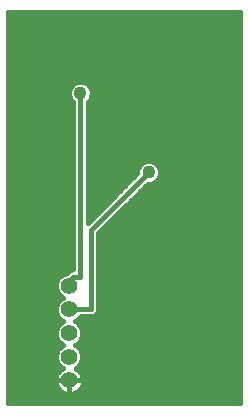
<source format=gbl>
G75*
G70*
%OFA0B0*%
%FSLAX24Y24*%
%IPPOS*%
%LPD*%
%AMOC8*
5,1,8,0,0,1.08239X$1,22.5*
%
%ADD10C,0.0555*%
%ADD11C,0.0160*%
%ADD12C,0.0436*%
D10*
X002959Y001105D03*
X002959Y001893D03*
X002959Y002680D03*
X002959Y003467D03*
X002959Y004255D03*
D11*
X000930Y000360D02*
X000930Y013396D01*
X008640Y013396D01*
X008640Y000360D01*
X000930Y000360D01*
X000930Y000447D02*
X008640Y000447D01*
X008640Y000605D02*
X000930Y000605D01*
X000930Y000764D02*
X002653Y000764D01*
X002661Y000756D02*
X002719Y000714D01*
X002783Y000681D01*
X002852Y000659D01*
X002923Y000648D01*
X002959Y000648D01*
X002995Y000648D01*
X003066Y000659D01*
X003134Y000681D01*
X003198Y000714D01*
X003257Y000756D01*
X003308Y000807D01*
X003350Y000865D01*
X003383Y000930D01*
X003405Y000998D01*
X003416Y001069D01*
X003416Y001105D01*
X002959Y001105D01*
X002959Y001105D01*
X002959Y000648D01*
X002959Y001105D01*
X002959Y001105D01*
X003416Y001105D01*
X003416Y001141D01*
X003405Y001212D01*
X003383Y001281D01*
X003350Y001345D01*
X003308Y001403D01*
X003257Y001454D01*
X003198Y001496D01*
X003175Y001509D01*
X003206Y001522D01*
X003330Y001645D01*
X003396Y001806D01*
X003396Y001980D01*
X003330Y002140D01*
X003206Y002263D01*
X003151Y002286D01*
X003206Y002309D01*
X003330Y002432D01*
X003396Y002593D01*
X003396Y002767D01*
X003330Y002928D01*
X003206Y003051D01*
X003151Y003074D01*
X003206Y003097D01*
X003330Y003220D01*
X003338Y003240D01*
X003738Y003240D01*
X003826Y003277D01*
X003893Y003344D01*
X003930Y003432D01*
X003930Y006021D01*
X005571Y007662D01*
X005685Y007662D01*
X005824Y007719D01*
X005931Y007826D01*
X005988Y007965D01*
X005988Y008115D01*
X005931Y008254D01*
X005824Y008361D01*
X005685Y008418D01*
X005535Y008418D01*
X005396Y008361D01*
X005289Y008254D01*
X005232Y008115D01*
X005232Y008001D01*
X003570Y006339D01*
X003570Y010385D01*
X003651Y010466D01*
X003708Y010605D01*
X003708Y010755D01*
X003651Y010894D01*
X003544Y011001D01*
X003405Y011058D01*
X003255Y011058D01*
X003116Y011001D01*
X003009Y010894D01*
X002952Y010755D01*
X002952Y010605D01*
X003009Y010466D01*
X003090Y010385D01*
X003090Y004800D01*
X003042Y004800D01*
X002954Y004763D01*
X002883Y004692D01*
X002872Y004692D01*
X002711Y004626D01*
X002588Y004503D01*
X002521Y004342D01*
X002521Y004168D01*
X002588Y004007D01*
X002711Y003884D01*
X002766Y003861D01*
X002711Y003838D01*
X002588Y003715D01*
X002521Y003554D01*
X002521Y003380D01*
X002588Y003220D01*
X002711Y003097D01*
X002766Y003074D01*
X002711Y003051D01*
X002588Y002928D01*
X002521Y002767D01*
X002521Y002593D01*
X002588Y002432D01*
X002711Y002309D01*
X002766Y002286D01*
X002711Y002263D01*
X002588Y002140D01*
X002521Y001980D01*
X002521Y001806D01*
X002588Y001645D01*
X002711Y001522D01*
X002743Y001509D01*
X002719Y001496D01*
X002661Y001454D01*
X002610Y001403D01*
X002567Y001345D01*
X002535Y001281D01*
X002512Y001212D01*
X002501Y001141D01*
X002501Y001105D01*
X002501Y001069D01*
X002512Y000998D01*
X002535Y000930D01*
X002567Y000865D01*
X002610Y000807D01*
X002661Y000756D01*
X002539Y000922D02*
X000930Y000922D01*
X000930Y001081D02*
X002501Y001081D01*
X002501Y001105D02*
X002959Y001105D01*
X002959Y001105D01*
X002501Y001105D01*
X002521Y001239D02*
X000930Y001239D01*
X000930Y001398D02*
X002606Y001398D01*
X002677Y001556D02*
X000930Y001556D01*
X000930Y001715D02*
X002559Y001715D01*
X002521Y001873D02*
X000930Y001873D01*
X000930Y002032D02*
X002543Y002032D01*
X002637Y002190D02*
X000930Y002190D01*
X000930Y002349D02*
X002671Y002349D01*
X002557Y002507D02*
X000930Y002507D01*
X000930Y002666D02*
X002521Y002666D01*
X002545Y002824D02*
X000930Y002824D01*
X000930Y002983D02*
X002642Y002983D01*
X002666Y003141D02*
X000930Y003141D01*
X000930Y003300D02*
X002555Y003300D01*
X002521Y003458D02*
X000930Y003458D01*
X000930Y003617D02*
X002547Y003617D01*
X002648Y003775D02*
X000930Y003775D01*
X000930Y003934D02*
X002661Y003934D01*
X002553Y004092D02*
X000930Y004092D01*
X000930Y004251D02*
X002521Y004251D01*
X002549Y004409D02*
X000930Y004409D01*
X000930Y004568D02*
X002653Y004568D01*
X002850Y004320D02*
X002959Y004255D01*
X002850Y004320D02*
X003090Y004560D01*
X003330Y004560D01*
X003330Y010680D01*
X003617Y010432D02*
X008640Y010432D01*
X008640Y010274D02*
X003570Y010274D01*
X003570Y010115D02*
X008640Y010115D01*
X008640Y009957D02*
X003570Y009957D01*
X003570Y009798D02*
X008640Y009798D01*
X008640Y009640D02*
X003570Y009640D01*
X003570Y009481D02*
X008640Y009481D01*
X008640Y009323D02*
X003570Y009323D01*
X003570Y009164D02*
X008640Y009164D01*
X008640Y009006D02*
X003570Y009006D01*
X003570Y008847D02*
X008640Y008847D01*
X008640Y008689D02*
X003570Y008689D01*
X003570Y008530D02*
X008640Y008530D01*
X008640Y008372D02*
X005798Y008372D01*
X005948Y008213D02*
X008640Y008213D01*
X008640Y008055D02*
X005988Y008055D01*
X005960Y007896D02*
X008640Y007896D01*
X008640Y007738D02*
X005842Y007738D01*
X005610Y008040D02*
X003690Y006120D01*
X003690Y003480D01*
X002970Y003480D01*
X002959Y003467D01*
X003251Y003141D02*
X008640Y003141D01*
X008640Y002983D02*
X003275Y002983D01*
X003373Y002824D02*
X008640Y002824D01*
X008640Y002666D02*
X003396Y002666D01*
X003361Y002507D02*
X008640Y002507D01*
X008640Y002349D02*
X003246Y002349D01*
X003280Y002190D02*
X008640Y002190D01*
X008640Y002032D02*
X003375Y002032D01*
X003396Y001873D02*
X008640Y001873D01*
X008640Y001715D02*
X003358Y001715D01*
X003241Y001556D02*
X008640Y001556D01*
X008640Y001398D02*
X003312Y001398D01*
X003396Y001239D02*
X008640Y001239D01*
X008640Y001081D02*
X003416Y001081D01*
X003379Y000922D02*
X008640Y000922D01*
X008640Y000764D02*
X003264Y000764D01*
X002959Y000764D02*
X002959Y000764D01*
X002959Y000922D02*
X002959Y000922D01*
X002959Y001081D02*
X002959Y001081D01*
X003849Y003300D02*
X008640Y003300D01*
X008640Y003458D02*
X003930Y003458D01*
X003930Y003617D02*
X008640Y003617D01*
X008640Y003775D02*
X003930Y003775D01*
X003930Y003934D02*
X008640Y003934D01*
X008640Y004092D02*
X003930Y004092D01*
X003930Y004251D02*
X008640Y004251D01*
X008640Y004409D02*
X003930Y004409D01*
X003930Y004568D02*
X008640Y004568D01*
X008640Y004726D02*
X003930Y004726D01*
X003930Y004885D02*
X008640Y004885D01*
X008640Y005043D02*
X003930Y005043D01*
X003930Y005202D02*
X008640Y005202D01*
X008640Y005360D02*
X003930Y005360D01*
X003930Y005519D02*
X008640Y005519D01*
X008640Y005677D02*
X003930Y005677D01*
X003930Y005836D02*
X008640Y005836D01*
X008640Y005994D02*
X003930Y005994D01*
X004062Y006153D02*
X008640Y006153D01*
X008640Y006311D02*
X004220Y006311D01*
X004379Y006470D02*
X008640Y006470D01*
X008640Y006628D02*
X004537Y006628D01*
X004696Y006787D02*
X008640Y006787D01*
X008640Y006945D02*
X004854Y006945D01*
X005013Y007104D02*
X008640Y007104D01*
X008640Y007262D02*
X005171Y007262D01*
X005330Y007421D02*
X008640Y007421D01*
X008640Y007579D02*
X005488Y007579D01*
X005232Y008055D02*
X003570Y008055D01*
X003570Y008213D02*
X005272Y008213D01*
X005422Y008372D02*
X003570Y008372D01*
X003570Y007896D02*
X005127Y007896D01*
X004968Y007738D02*
X003570Y007738D01*
X003570Y007579D02*
X004810Y007579D01*
X004651Y007421D02*
X003570Y007421D01*
X003570Y007262D02*
X004493Y007262D01*
X004334Y007104D02*
X003570Y007104D01*
X003570Y006945D02*
X004176Y006945D01*
X004017Y006787D02*
X003570Y006787D01*
X003570Y006628D02*
X003859Y006628D01*
X003700Y006470D02*
X003570Y006470D01*
X003090Y006470D02*
X000930Y006470D01*
X000930Y006628D02*
X003090Y006628D01*
X003090Y006787D02*
X000930Y006787D01*
X000930Y006945D02*
X003090Y006945D01*
X003090Y007104D02*
X000930Y007104D01*
X000930Y007262D02*
X003090Y007262D01*
X003090Y007421D02*
X000930Y007421D01*
X000930Y007579D02*
X003090Y007579D01*
X003090Y007738D02*
X000930Y007738D01*
X000930Y007896D02*
X003090Y007896D01*
X003090Y008055D02*
X000930Y008055D01*
X000930Y008213D02*
X003090Y008213D01*
X003090Y008372D02*
X000930Y008372D01*
X000930Y008530D02*
X003090Y008530D01*
X003090Y008689D02*
X000930Y008689D01*
X000930Y008847D02*
X003090Y008847D01*
X003090Y009006D02*
X000930Y009006D01*
X000930Y009164D02*
X003090Y009164D01*
X003090Y009323D02*
X000930Y009323D01*
X000930Y009481D02*
X003090Y009481D01*
X003090Y009640D02*
X000930Y009640D01*
X000930Y009798D02*
X003090Y009798D01*
X003090Y009957D02*
X000930Y009957D01*
X000930Y010115D02*
X003090Y010115D01*
X003090Y010274D02*
X000930Y010274D01*
X000930Y010432D02*
X003043Y010432D01*
X002958Y010591D02*
X000930Y010591D01*
X000930Y010749D02*
X002952Y010749D01*
X003023Y010908D02*
X000930Y010908D01*
X000930Y011066D02*
X008640Y011066D01*
X008640Y010908D02*
X003637Y010908D01*
X003708Y010749D02*
X008640Y010749D01*
X008640Y010591D02*
X003702Y010591D01*
X000930Y011225D02*
X008640Y011225D01*
X008640Y011383D02*
X000930Y011383D01*
X000930Y011542D02*
X008640Y011542D01*
X008640Y011700D02*
X000930Y011700D01*
X000930Y011859D02*
X008640Y011859D01*
X008640Y012017D02*
X000930Y012017D01*
X000930Y012176D02*
X008640Y012176D01*
X008640Y012334D02*
X000930Y012334D01*
X000930Y012493D02*
X008640Y012493D01*
X008640Y012651D02*
X000930Y012651D01*
X000930Y012810D02*
X008640Y012810D01*
X008640Y012968D02*
X000930Y012968D01*
X000930Y013127D02*
X008640Y013127D01*
X008640Y013285D02*
X000930Y013285D01*
X000930Y006311D02*
X003090Y006311D01*
X003090Y006153D02*
X000930Y006153D01*
X000930Y005994D02*
X003090Y005994D01*
X003090Y005836D02*
X000930Y005836D01*
X000930Y005677D02*
X003090Y005677D01*
X003090Y005519D02*
X000930Y005519D01*
X000930Y005360D02*
X003090Y005360D01*
X003090Y005202D02*
X000930Y005202D01*
X000930Y005043D02*
X003090Y005043D01*
X003090Y004885D02*
X000930Y004885D01*
X000930Y004726D02*
X002917Y004726D01*
D12*
X005610Y008040D03*
X003330Y010680D03*
M02*

</source>
